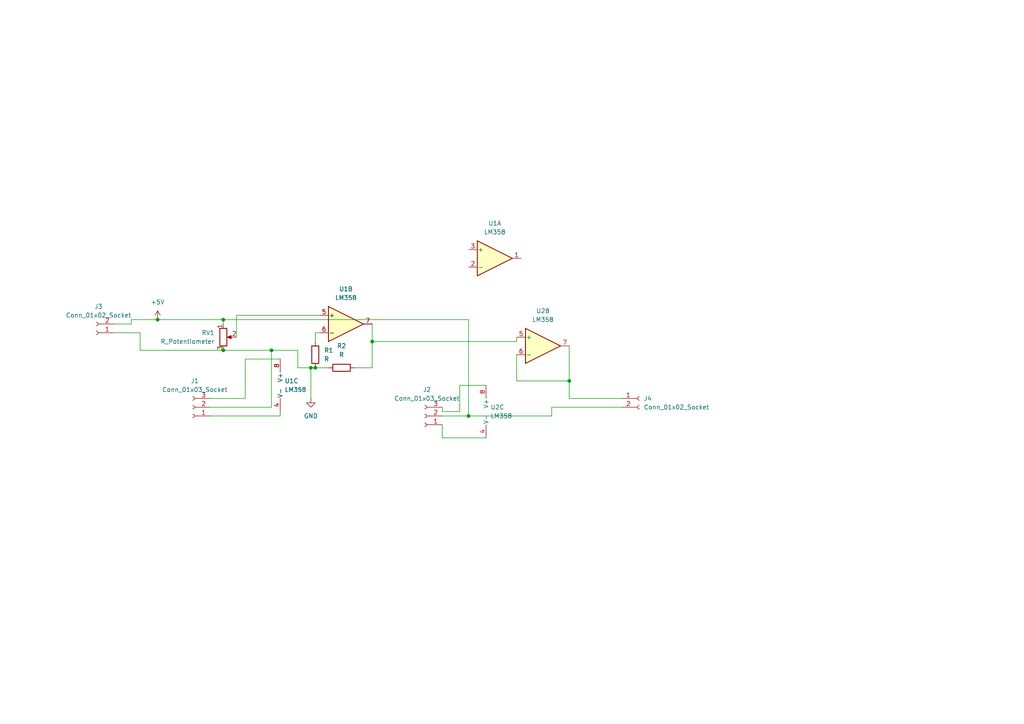
<source format=kicad_sch>
(kicad_sch (version 20231120) (generator "eeschema") (generator_version "8.0")
  (paper "A4")
  (lib_symbols
    (symbol "Amplifier_Operational:LM358" (pin_names (offset 0.127))
      (property "Reference" "U" (at 0 5.08 0))
      (property "Value" "LM358" (at 0 -5.08 0))
      (symbol "LM358_1_1"
        (polyline (pts (xy -5.08 5.08) (xy 5.08 0) (xy -5.08 -5.08) (xy -5.08 5.08)) (stroke (width 0.254)) (fill (type background)))
        (pin output line (at 7.62 0 180) (length 2.54) (name "~") (number "1"))
        (pin input line (at -7.62 -2.54 0) (length 2.54) (name "-") (number "2"))
        (pin input line (at -7.62 2.54 0) (length 2.54) (name "+") (number "3"))
      )
      (symbol "LM358_2_1"
        (polyline (pts (xy -5.08 5.08) (xy 5.08 0) (xy -5.08 -5.08) (xy -5.08 5.08)) (stroke (width 0.254)) (fill (type background)))
        (pin input line (at -7.62 2.54 0) (length 2.54) (name "+") (number "5"))
        (pin input line (at -7.62 -2.54 0) (length 2.54) (name "-") (number "6"))
        (pin output line (at 7.62 0 180) (length 2.54) (name "~") (number "7"))
      )
      (symbol "LM358_3_1"
        (pin power_in line (at -2.54 -7.62 90) (length 3.81) (name "V-") (number "4"))
        (pin power_in line (at -2.54 7.62 270) (length 3.81) (name "V+") (number "8"))
      )
    )
    (symbol "Connector:Conn_01x02_Socket" (pin_names (offset 1.016) hide)
      (property "Reference" "J" (at 0 2.54 0))
      (property "Value" "Conn_01x02_Socket" (at 0 -5.08 0))
      (symbol "Conn_01x02_Socket_1_1"
        (arc (start 0 -2.032) (mid -0.5058 -2.54) (end 0 -3.048) (stroke (width 0.1524)))
        (polyline (pts (xy -1.27 -2.54) (xy -0.508 -2.54)) (stroke (width 0.1524)))
        (polyline (pts (xy -1.27 0) (xy -0.508 0)) (stroke (width 0.1524)))
        (arc (start 0 0.508) (mid -0.5058 0) (end 0 -0.508) (stroke (width 0.1524)))
        (pin passive line (at -5.08 0 0) (length 3.81) (name "Pin_1") (number "1"))
        (pin passive line (at -5.08 -2.54 0) (length 3.81) (name "Pin_2") (number "2"))
      )
    )
    (symbol "Connector:Conn_01x03_Socket" (pin_names (offset 1.016) hide)
      (property "Reference" "J" (at 0 5.08 0))
      (property "Value" "Conn_01x03_Socket" (at 0 -5.08 0))
      (symbol "Conn_01x03_Socket_1_1"
        (arc (start 0 -2.032) (mid -0.5058 -2.54) (end 0 -3.048) (stroke (width 0.1524)))
        (polyline (pts (xy -1.27 -2.54) (xy -0.508 -2.54)) (stroke (width 0.1524)))
        (polyline (pts (xy -1.27 0) (xy -0.508 0)) (stroke (width 0.1524)))
        (polyline (pts (xy -1.27 2.54) (xy -0.508 2.54)) (stroke (width 0.1524)))
        (arc (start 0 0.508) (mid -0.5058 0) (end 0 -0.508) (stroke (width 0.1524)))
        (arc (start 0 3.048) (mid -0.5058 2.54) (end 0 2.032) (stroke (width 0.1524)))
        (pin passive line (at -5.08 2.54 0) (length 3.81) (name "Pin_1") (number "1"))
        (pin passive line (at -5.08 0 0) (length 3.81) (name "Pin_2") (number "2"))
        (pin passive line (at -5.08 -2.54 0) (length 3.81) (name "Pin_3") (number "3"))
      )
    )
    (symbol "Device:R" (pin_numbers hide) (pin_names (offset 0))
      (property "Reference" "R" (at 2.032 0 90))
      (property "Value" "R" (at 0 0 90))
      (symbol "R_0_1"
        (rectangle (start -1.016 -2.54) (end 1.016 2.54) (stroke (width 0.254)))
      )
      (symbol "R_1_1"
        (pin passive line (at 0 3.81 270) (length 1.27) (name "~") (number "1"))
        (pin passive line (at 0 -3.81 90) (length 1.27) (name "~") (number "2"))
      )
    )
    (symbol "Device:R_Potentiometer" (pin_names (offset 1.016) hide)
      (property "Reference" "RV" (at -4.445 0 90))
      (property "Value" "R_Potentiometer" (at -2.54 0 90))
      (symbol "R_Potentiometer_0_1"
        (polyline (pts (xy 2.54 0) (xy 1.524 0)))
        (polyline (pts (xy 1.143 0) (xy 2.286 0.508) (xy 2.286 -0.508) (xy 1.143 0)) (fill (type outline)))
        (rectangle (start 1.016 2.54) (end -1.016 -2.54) (stroke (width 0.254)))
      )
      (symbol "R_Potentiometer_1_1"
        (pin passive line (at 0 3.81 270) (length 1.27) (name "1") (number "1"))
        (pin passive line (at 3.81 0 180) (length 1.27) (name "2") (number "2"))
        (pin passive line (at 0 -3.81 90) (length 1.27) (name "3") (number "3"))
      )
    )
    (symbol "power:+5V" (power) (pin_numbers hide) (pin_names (offset 0) hide)
      (property "Value" "+5V" (at 0 3.556 0))
      (symbol "+5V_0_1"
        (polyline (pts (xy -0.762 1.27) (xy 0 2.54)))
        (polyline (pts (xy 0 0) (xy 0 2.54)))
        (polyline (pts (xy 0 2.54) (xy 0.762 1.27)))
      )
      (symbol "+5V_1_1"
        (pin power_in line (at 0 0 90) (length 0) (name "~") (number "1"))
      )
    )
    (symbol "power:GND" (power) (pin_numbers hide) (pin_names (offset 0) hide)
      (property "Value" "GND" (at 0 -3.81 0))
      (symbol "GND_0_1"
        (polyline (pts (xy 0 0) (xy 0 -1.27) (xy 1.27 -1.27) (xy 0 -2.54) (xy -1.27 -1.27) (xy 0 -1.27)))
      )
      (symbol "GND_1_1"
        (pin power_in line (at 0 0 270) (length 0) (name "~") (number "1"))
      )
    )
  )
  (junction (at 90.17 106.68))
  (junction (at 64.77 101.6))
  (junction (at 165.1 110.49))
  (junction (at 135.89 120.65))
  (junction (at 45.72 92.71))
  (junction (at 78.74 101.6))
  (junction (at 107.95 99.06))
  (junction (at 91.44 106.68))
  (junction (at 64.77 92.71))
  (wire (pts (xy 86.36 101.6) (xy 86.36 106.68)))
  (wire (pts (xy 60.96 118.11) (xy 78.74 118.11)))
  (wire (pts (xy 133.35 119.38) (xy 128.27 119.38)))
  (wire (pts (xy 40.64 96.52) (xy 40.64 101.6)))
  (wire (pts (xy 64.77 101.6) (xy 78.74 101.6)))
  (wire (pts (xy 128.27 123.19) (xy 128.27 127)))
  (wire (pts (xy 135.89 92.71) (xy 135.89 120.65)))
  (wire (pts (xy 149.86 99.06) (xy 149.86 97.79)))
  (wire (pts (xy 91.44 99.06) (xy 91.44 96.52)))
  (wire (pts (xy 180.34 118.11) (xy 160.02 118.11)))
  (wire (pts (xy 107.95 99.06) (xy 149.86 99.06)))
  (wire (pts (xy 40.64 101.6) (xy 64.77 101.6)))
  (wire (pts (xy 68.58 97.79) (xy 68.58 91.44)))
  (wire (pts (xy 64.77 92.71) (xy 64.77 93.98)))
  (wire (pts (xy 33.02 96.52) (xy 40.64 96.52)))
  (wire (pts (xy 45.72 92.71) (xy 38.1 92.71)))
  (wire (pts (xy 107.95 106.68) (xy 107.95 99.06)))
  (wire (pts (xy 64.77 92.71) (xy 135.89 92.71)))
  (wire (pts (xy 160.02 120.65) (xy 135.89 120.65)))
  (wire (pts (xy 90.17 106.68) (xy 91.44 106.68)))
  (wire (pts (xy 133.35 111.76) (xy 133.35 119.38)))
  (wire (pts (xy 91.44 106.68) (xy 95.25 106.68)))
  (wire (pts (xy 71.12 104.14) (xy 81.28 104.14)))
  (wire (pts (xy 165.1 100.33) (xy 165.1 110.49)))
  (wire (pts (xy 38.1 93.98) (xy 33.02 93.98)))
  (wire (pts (xy 81.28 119.38) (xy 81.28 120.65)))
  (wire (pts (xy 160.02 118.11) (xy 160.02 120.65)))
  (wire (pts (xy 133.35 111.76) (xy 140.97 111.76)))
  (wire (pts (xy 128.27 127) (xy 140.97 127)))
  (wire (pts (xy 165.1 110.49) (xy 149.86 110.49)))
  (wire (pts (xy 180.34 115.57) (xy 165.1 115.57)))
  (wire (pts (xy 71.12 115.57) (xy 71.12 104.14)))
  (wire (pts (xy 60.96 115.57) (xy 71.12 115.57)))
  (wire (pts (xy 107.95 99.06) (xy 107.95 93.98)))
  (wire (pts (xy 78.74 118.11) (xy 78.74 101.6)))
  (wire (pts (xy 86.36 106.68) (xy 90.17 106.68)))
  (wire (pts (xy 128.27 119.38) (xy 128.27 118.11)))
  (wire (pts (xy 102.87 106.68) (xy 107.95 106.68)))
  (wire (pts (xy 91.44 96.52) (xy 92.71 96.52)))
  (wire (pts (xy 45.72 92.71) (xy 64.77 92.71)))
  (wire (pts (xy 60.96 120.65) (xy 81.28 120.65)))
  (wire (pts (xy 38.1 92.71) (xy 38.1 93.98)))
  (wire (pts (xy 68.58 91.44) (xy 92.71 91.44)))
  (wire (pts (xy 149.86 110.49) (xy 149.86 102.87)))
  (wire (pts (xy 78.74 101.6) (xy 86.36 101.6)))
  (wire (pts (xy 165.1 115.57) (xy 165.1 110.49)))
  (wire (pts (xy 90.17 115.57) (xy 90.17 106.68)))
  (wire (pts (xy 135.89 120.65) (xy 128.27 120.65)))
  (symbol (lib_id "Device:R") (at 91.44 102.87 0) (unit 1)
    (property "Reference" "R1" (at 93.98 101.5999 0) (effects (justify left)))
    (property "Value" "R" (at 93.98 104.1399 0) (effects (justify left)))
    (property "Footprint" "Resistor_THT:R_Axial_DIN0309_L9.0mm_D3.2mm_P15.24mm_Horizontal" (effects (hide yes)))
    (property "Description" "Resistor" (effects (hide yes)))
  )
  (symbol (lib_id "Amplifier_Operational:LM358") (at 83.82 111.76 0) (unit 3)
    (property "Reference" "U1" (at 82.55 110.4899 0) (effects (justify left)))
    (property "Value" "LM358" (at 82.55 113.0299 0) (effects (justify left)))
    (property "Footprint" "Package_DIP:DIP-8_W7.62mm_Socket" (effects (hide yes)))
    (property "Datasheet" "http://www.ti.com/lit/ds/symlink/lm2904-n.pdf" (effects (hide yes)))
    (property "Description" "Low-Power, Dual Operational Amplifiers, DIP-8/SOIC-8/TO-99-8" (effects (hide yes)))
  )
  (symbol (lib_id "Amplifier_Operational:LM358") (at 143.51 119.38 0) (unit 3)
    (property "Reference" "U2" (at 142.24 118.1099 0) (effects (justify left)))
    (property "Value" "LM358" (at 142.24 120.6499 0) (effects (justify left)))
    (property "Footprint" "Package_DIP:DIP-8_W7.62mm_Socket" (effects (hide yes)))
    (property "Datasheet" "http://www.ti.com/lit/ds/symlink/lm2904-n.pdf" (effects (hide yes)))
    (property "Description" "Low-Power, Dual Operational Amplifiers, DIP-8/SOIC-8/TO-99-8" (effects (hide yes)))
  )
  (symbol (lib_id "Device:R") (at 99.06 106.68 90) (unit 1)
    (property "Reference" "R2" (at 99.06 100.33 90))
    (property "Value" "R" (at 99.06 102.87 90))
    (property "Footprint" "Resistor_THT:R_Axial_DIN0309_L9.0mm_D3.2mm_P15.24mm_Horizontal" (effects (hide yes)))
    (property "Description" "Resistor" (effects (hide yes)))
  )
  (symbol (lib_id "Connector:Conn_01x03_Socket") (at 55.88 118.11 180) (unit 1)
    (property "Reference" "J1" (at 56.515 110.49 0))
    (property "Value" "Conn_01x03_Socket" (at 56.515 113.03 0))
    (property "Footprint" "Connector_PinSocket_2.54mm:PinSocket_1x03_P2.54mm_Vertical" (effects (hide yes)))
    (property "Description" "Generic connector, single row, 01x03, script generated" (effects (hide yes)))
  )
  (symbol (lib_id "power:+5V") (at 45.72 92.71 0) (unit 1)
    (property "Reference" "#PWR02" (effects (hide yes)))
    (property "Value" "+5V" (at 45.72 87.63 0))
    (property "Description" "Power symbol creates a global label with name \"+5V\"" (effects (hide yes)))
  )
  (symbol (lib_id "Amplifier_Operational:LM358") (at 143.51 74.93 0) (unit 1)
    (property "Reference" "U1" (at 143.51 64.77 0))
    (property "Value" "LM358" (at 143.51 67.31 0))
    (property "Footprint" "Package_DIP:DIP-8_W7.62mm_Socket" (effects (hide yes)))
    (property "Datasheet" "http://www.ti.com/lit/ds/symlink/lm2904-n.pdf" (effects (hide yes)))
    (property "Description" "Low-Power, Dual Operational Amplifiers, DIP-8/SOIC-8/TO-99-8" (effects (hide yes)))
  )
  (symbol (lib_id "Connector:Conn_01x02_Socket") (at 185.42 115.57 0) (unit 1)
    (property "Reference" "J4" (at 186.69 115.5699 0) (effects (justify left)))
    (property "Value" "Conn_01x02_Socket" (at 186.69 118.1099 0) (effects (justify left)))
    (property "Footprint" "Connector_PinSocket_2.54mm:PinSocket_1x02_P2.54mm_Vertical" (effects (hide yes)))
    (property "Description" "Generic connector, single row, 01x02, script generated" (effects (hide yes)))
  )
  (symbol (lib_id "Amplifier_Operational:LM358") (at 100.33 93.98 0) (unit 2)
    (property "Reference" "U1" (at 100.33 83.82 0))
    (property "Value" "LM358" (at 100.33 86.36 0))
    (property "Footprint" "Package_DIP:DIP-8_W7.62mm_Socket" (effects (hide yes)))
    (property "Datasheet" "http://www.ti.com/lit/ds/symlink/lm2904-n.pdf" (effects (hide yes)))
    (property "Description" "Low-Power, Dual Operational Amplifiers, DIP-8/SOIC-8/TO-99-8" (effects (hide yes)))
  )
  (symbol (lib_id "Amplifier_Operational:LM358") (at 157.48 100.33 0) (unit 2)
    (property "Reference" "U2" (at 157.48 90.17 0))
    (property "Value" "LM358" (at 157.48 92.71 0))
    (property "Footprint" "Package_DIP:DIP-8_W7.62mm_Socket" (effects (hide yes)))
    (property "Datasheet" "http://www.ti.com/lit/ds/symlink/lm2904-n.pdf" (effects (hide yes)))
    (property "Description" "Low-Power, Dual Operational Amplifiers, DIP-8/SOIC-8/TO-99-8" (effects (hide yes)))
  )
  (symbol (lib_id "Device:R_Potentiometer") (at 64.77 97.79 0) (unit 1)
    (property "Reference" "RV1" (at 62.23 96.5199 0) (effects (justify right)))
    (property "Value" "R_Potentiometer" (at 62.23 99.0599 0) (effects (justify right)))
    (property "Footprint" "Potentiometer_SMD:Potentiometer_ACP_CA9-VSMD_Vertical_Hole" (effects (hide yes)))
    (property "Description" "Potentiometer" (effects (hide yes)))
  )
  (symbol (lib_id "Connector:Conn_01x02_Socket") (at 27.94 96.52 180) (unit 1)
    (property "Reference" "J3" (at 28.575 88.9 0))
    (property "Value" "Conn_01x02_Socket" (at 28.575 91.44 0))
    (property "Footprint" "Connector_PinSocket_2.54mm:PinSocket_1x02_P2.54mm_Vertical" (effects (hide yes)))
    (property "Description" "Generic connector, single row, 01x02, script generated" (effects (hide yes)))
  )
  (symbol (lib_id "Connector:Conn_01x03_Socket") (at 123.19 120.65 180) (unit 1)
    (property "Reference" "J2" (at 123.825 113.03 0))
    (property "Value" "Conn_01x03_Socket" (at 123.825 115.57 0))
    (property "Footprint" "Connector_PinSocket_2.54mm:PinSocket_1x03_P2.54mm_Vertical" (effects (hide yes)))
    (property "Description" "Generic connector, single row, 01x03, script generated" (effects (hide yes)))
  )
  (symbol (lib_id "power:GND") (at 90.17 115.57 0) (unit 1)
    (property "Reference" "#PWR01" (effects (hide yes)))
    (property "Value" "GND" (at 90.17 120.65 0))
    (property "Description" "Power symbol creates a global label with name \"GND\" , ground" (effects (hide yes)))
  )
)
</source>
